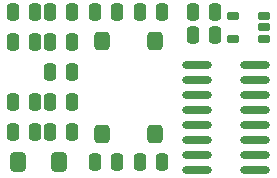
<source format=gbr>
%TF.GenerationSoftware,KiCad,Pcbnew,7.0.5*%
%TF.CreationDate,2023-10-06T16:43:15+02:00*%
%TF.ProjectId,USBTTLPGM_00,55534254-544c-4504-974d-5f30302e6b69,00*%
%TF.SameCoordinates,PX8b8aa80PY5faea10*%
%TF.FileFunction,Paste,Top*%
%TF.FilePolarity,Positive*%
%FSLAX46Y46*%
G04 Gerber Fmt 4.6, Leading zero omitted, Abs format (unit mm)*
G04 Created by KiCad (PCBNEW 7.0.5) date 2023-10-06 16:43:15*
%MOMM*%
%LPD*%
G01*
G04 APERTURE LIST*
G04 Aperture macros list*
%AMRoundRect*
0 Rectangle with rounded corners*
0 $1 Rounding radius*
0 $2 $3 $4 $5 $6 $7 $8 $9 X,Y pos of 4 corners*
0 Add a 4 corners polygon primitive as box body*
4,1,4,$2,$3,$4,$5,$6,$7,$8,$9,$2,$3,0*
0 Add four circle primitives for the rounded corners*
1,1,$1+$1,$2,$3*
1,1,$1+$1,$4,$5*
1,1,$1+$1,$6,$7*
1,1,$1+$1,$8,$9*
0 Add four rect primitives between the rounded corners*
20,1,$1+$1,$2,$3,$4,$5,0*
20,1,$1+$1,$4,$5,$6,$7,0*
20,1,$1+$1,$6,$7,$8,$9,0*
20,1,$1+$1,$8,$9,$2,$3,0*%
G04 Aperture macros list end*
%ADD10RoundRect,0.250000X-0.250000X-0.475000X0.250000X-0.475000X0.250000X0.475000X-0.250000X0.475000X0*%
%ADD11RoundRect,0.250000X0.250000X0.475000X-0.250000X0.475000X-0.250000X-0.475000X0.250000X-0.475000X0*%
%ADD12RoundRect,0.317500X0.952500X0.000000X-0.952500X0.000000X-0.952500X0.000000X0.952500X0.000000X0*%
%ADD13RoundRect,0.150000X0.400000X0.150000X-0.400000X0.150000X-0.400000X-0.150000X0.400000X-0.150000X0*%
%ADD14RoundRect,0.325000X0.325000X-0.450000X0.325000X0.450000X-0.325000X0.450000X-0.325000X-0.450000X0*%
%ADD15RoundRect,0.325000X-0.325000X-0.525000X0.325000X-0.525000X0.325000X0.525000X-0.325000X0.525000X0*%
G04 APERTURE END LIST*
D10*
%TO.C,LD5*%
X-590000Y6350000D03*
X-2490000Y6350000D03*
%TD*%
%TO.C,LD4*%
X-15830000Y-1270000D03*
X-17730000Y-1270000D03*
%TD*%
D11*
%TO.C,LD2*%
X-6935000Y-6350000D03*
X-5035000Y-6350000D03*
%TD*%
D10*
%TO.C,LD1*%
X-15830000Y3810000D03*
X-17730000Y3810000D03*
%TD*%
D12*
%TO.C,IC2*%
X-2098800Y-6985000D03*
X-2098800Y-5715000D03*
X-2098800Y-4445000D03*
X-2098800Y-3175000D03*
X-2098800Y-1905000D03*
X-2098800Y-635000D03*
X-2098800Y635000D03*
X-2098800Y1905000D03*
X2828800Y1905000D03*
X2828800Y635000D03*
X2828800Y-635000D03*
X2828800Y-1905000D03*
X2828800Y-3175000D03*
X2828800Y-4445000D03*
X2828800Y-5715000D03*
X2828800Y-6985000D03*
%TD*%
D13*
%TO.C,IC1*%
X970000Y4130000D03*
X970000Y6030000D03*
X3570000Y6030000D03*
X3570000Y5080000D03*
X3570000Y4130000D03*
%TD*%
D10*
%TO.C,C2*%
X-14555000Y1270000D03*
X-12655000Y1270000D03*
%TD*%
D11*
%TO.C,C1*%
X-590000Y4445000D03*
X-2490000Y4445000D03*
%TD*%
D14*
%TO.C,SW1*%
X-10140000Y-3975000D03*
X-5640000Y-3975000D03*
X-10140000Y3975000D03*
X-5640000Y3975000D03*
%TD*%
D10*
%TO.C,R10*%
X-6935000Y6350000D03*
X-5035000Y6350000D03*
%TD*%
%TO.C,R9*%
X-12655000Y-1270000D03*
X-14555000Y-1270000D03*
%TD*%
%TO.C,R8*%
X-12655000Y-3810000D03*
X-14555000Y-3810000D03*
%TD*%
D11*
%TO.C,R5*%
X-14555000Y6350000D03*
X-12655000Y6350000D03*
%TD*%
%TO.C,R4*%
X-15830000Y6350000D03*
X-17730000Y6350000D03*
%TD*%
%TO.C,R3*%
X-8845000Y-6350000D03*
X-10745000Y-6350000D03*
%TD*%
D10*
%TO.C,R2*%
X-14555000Y3810000D03*
X-12655000Y3810000D03*
%TD*%
D11*
%TO.C,R1*%
X-8845000Y6350000D03*
X-10745000Y6350000D03*
%TD*%
D10*
%TO.C,LD3*%
X-15830000Y-3810000D03*
X-17730000Y-3810000D03*
%TD*%
D15*
%TO.C,D1*%
X-17260000Y-6350000D03*
X-13760000Y-6350000D03*
%TD*%
M02*

</source>
